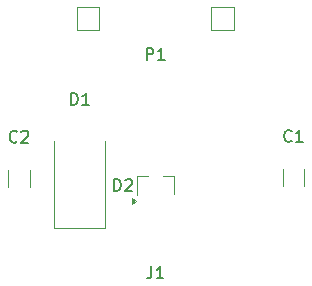
<source format=gbr>
%TF.GenerationSoftware,KiCad,Pcbnew,9.0.7*%
%TF.CreationDate,2026-02-26T13:23:58-05:00*%
%TF.ProjectId,Mag Charger,4d616720-4368-4617-9267-65722e6b6963,X1*%
%TF.SameCoordinates,Original*%
%TF.FileFunction,Legend,Top*%
%TF.FilePolarity,Positive*%
%FSLAX46Y46*%
G04 Gerber Fmt 4.6, Leading zero omitted, Abs format (unit mm)*
G04 Created by KiCad (PCBNEW 9.0.7) date 2026-02-26 13:23:58*
%MOMM*%
%LPD*%
G01*
G04 APERTURE LIST*
%ADD10C,0.150000*%
%ADD11C,0.120000*%
G04 APERTURE END LIST*
D10*
X107561905Y-127454819D02*
X107561905Y-126454819D01*
X107561905Y-126454819D02*
X107942857Y-126454819D01*
X107942857Y-126454819D02*
X108038095Y-126502438D01*
X108038095Y-126502438D02*
X108085714Y-126550057D01*
X108085714Y-126550057D02*
X108133333Y-126645295D01*
X108133333Y-126645295D02*
X108133333Y-126788152D01*
X108133333Y-126788152D02*
X108085714Y-126883390D01*
X108085714Y-126883390D02*
X108038095Y-126931009D01*
X108038095Y-126931009D02*
X107942857Y-126978628D01*
X107942857Y-126978628D02*
X107561905Y-126978628D01*
X109085714Y-127454819D02*
X108514286Y-127454819D01*
X108800000Y-127454819D02*
X108800000Y-126454819D01*
X108800000Y-126454819D02*
X108704762Y-126597676D01*
X108704762Y-126597676D02*
X108609524Y-126692914D01*
X108609524Y-126692914D02*
X108514286Y-126740533D01*
X101161905Y-131254819D02*
X101161905Y-130254819D01*
X101161905Y-130254819D02*
X101400000Y-130254819D01*
X101400000Y-130254819D02*
X101542857Y-130302438D01*
X101542857Y-130302438D02*
X101638095Y-130397676D01*
X101638095Y-130397676D02*
X101685714Y-130492914D01*
X101685714Y-130492914D02*
X101733333Y-130683390D01*
X101733333Y-130683390D02*
X101733333Y-130826247D01*
X101733333Y-130826247D02*
X101685714Y-131016723D01*
X101685714Y-131016723D02*
X101638095Y-131111961D01*
X101638095Y-131111961D02*
X101542857Y-131207200D01*
X101542857Y-131207200D02*
X101400000Y-131254819D01*
X101400000Y-131254819D02*
X101161905Y-131254819D01*
X102685714Y-131254819D02*
X102114286Y-131254819D01*
X102400000Y-131254819D02*
X102400000Y-130254819D01*
X102400000Y-130254819D02*
X102304762Y-130397676D01*
X102304762Y-130397676D02*
X102209524Y-130492914D01*
X102209524Y-130492914D02*
X102114286Y-130540533D01*
X96583333Y-134359580D02*
X96535714Y-134407200D01*
X96535714Y-134407200D02*
X96392857Y-134454819D01*
X96392857Y-134454819D02*
X96297619Y-134454819D01*
X96297619Y-134454819D02*
X96154762Y-134407200D01*
X96154762Y-134407200D02*
X96059524Y-134311961D01*
X96059524Y-134311961D02*
X96011905Y-134216723D01*
X96011905Y-134216723D02*
X95964286Y-134026247D01*
X95964286Y-134026247D02*
X95964286Y-133883390D01*
X95964286Y-133883390D02*
X96011905Y-133692914D01*
X96011905Y-133692914D02*
X96059524Y-133597676D01*
X96059524Y-133597676D02*
X96154762Y-133502438D01*
X96154762Y-133502438D02*
X96297619Y-133454819D01*
X96297619Y-133454819D02*
X96392857Y-133454819D01*
X96392857Y-133454819D02*
X96535714Y-133502438D01*
X96535714Y-133502438D02*
X96583333Y-133550057D01*
X96964286Y-133550057D02*
X97011905Y-133502438D01*
X97011905Y-133502438D02*
X97107143Y-133454819D01*
X97107143Y-133454819D02*
X97345238Y-133454819D01*
X97345238Y-133454819D02*
X97440476Y-133502438D01*
X97440476Y-133502438D02*
X97488095Y-133550057D01*
X97488095Y-133550057D02*
X97535714Y-133645295D01*
X97535714Y-133645295D02*
X97535714Y-133740533D01*
X97535714Y-133740533D02*
X97488095Y-133883390D01*
X97488095Y-133883390D02*
X96916667Y-134454819D01*
X96916667Y-134454819D02*
X97535714Y-134454819D01*
X104811905Y-138536819D02*
X104811905Y-137536819D01*
X104811905Y-137536819D02*
X105050000Y-137536819D01*
X105050000Y-137536819D02*
X105192857Y-137584438D01*
X105192857Y-137584438D02*
X105288095Y-137679676D01*
X105288095Y-137679676D02*
X105335714Y-137774914D01*
X105335714Y-137774914D02*
X105383333Y-137965390D01*
X105383333Y-137965390D02*
X105383333Y-138108247D01*
X105383333Y-138108247D02*
X105335714Y-138298723D01*
X105335714Y-138298723D02*
X105288095Y-138393961D01*
X105288095Y-138393961D02*
X105192857Y-138489200D01*
X105192857Y-138489200D02*
X105050000Y-138536819D01*
X105050000Y-138536819D02*
X104811905Y-138536819D01*
X105764286Y-137632057D02*
X105811905Y-137584438D01*
X105811905Y-137584438D02*
X105907143Y-137536819D01*
X105907143Y-137536819D02*
X106145238Y-137536819D01*
X106145238Y-137536819D02*
X106240476Y-137584438D01*
X106240476Y-137584438D02*
X106288095Y-137632057D01*
X106288095Y-137632057D02*
X106335714Y-137727295D01*
X106335714Y-137727295D02*
X106335714Y-137822533D01*
X106335714Y-137822533D02*
X106288095Y-137965390D01*
X106288095Y-137965390D02*
X105716667Y-138536819D01*
X105716667Y-138536819D02*
X106335714Y-138536819D01*
X107972266Y-144946019D02*
X107972266Y-145660304D01*
X107972266Y-145660304D02*
X107924647Y-145803161D01*
X107924647Y-145803161D02*
X107829409Y-145898400D01*
X107829409Y-145898400D02*
X107686552Y-145946019D01*
X107686552Y-145946019D02*
X107591314Y-145946019D01*
X108972266Y-145946019D02*
X108400838Y-145946019D01*
X108686552Y-145946019D02*
X108686552Y-144946019D01*
X108686552Y-144946019D02*
X108591314Y-145088876D01*
X108591314Y-145088876D02*
X108496076Y-145184114D01*
X108496076Y-145184114D02*
X108400838Y-145231733D01*
X119833333Y-134297080D02*
X119785714Y-134344700D01*
X119785714Y-134344700D02*
X119642857Y-134392319D01*
X119642857Y-134392319D02*
X119547619Y-134392319D01*
X119547619Y-134392319D02*
X119404762Y-134344700D01*
X119404762Y-134344700D02*
X119309524Y-134249461D01*
X119309524Y-134249461D02*
X119261905Y-134154223D01*
X119261905Y-134154223D02*
X119214286Y-133963747D01*
X119214286Y-133963747D02*
X119214286Y-133820890D01*
X119214286Y-133820890D02*
X119261905Y-133630414D01*
X119261905Y-133630414D02*
X119309524Y-133535176D01*
X119309524Y-133535176D02*
X119404762Y-133439938D01*
X119404762Y-133439938D02*
X119547619Y-133392319D01*
X119547619Y-133392319D02*
X119642857Y-133392319D01*
X119642857Y-133392319D02*
X119785714Y-133439938D01*
X119785714Y-133439938D02*
X119833333Y-133487557D01*
X120785714Y-134392319D02*
X120214286Y-134392319D01*
X120500000Y-134392319D02*
X120500000Y-133392319D01*
X120500000Y-133392319D02*
X120404762Y-133535176D01*
X120404762Y-133535176D02*
X120309524Y-133630414D01*
X120309524Y-133630414D02*
X120214286Y-133678033D01*
D11*
%TO.C,TP1*%
X101650000Y-123010000D02*
X103550000Y-123010000D01*
X101650000Y-124910000D02*
X101650000Y-123010000D01*
X103550000Y-123010000D02*
X103550000Y-124910000D01*
X103550000Y-124910000D02*
X101650000Y-124910000D01*
%TO.C,TP3*%
X113050000Y-123010000D02*
X114950000Y-123010000D01*
X113050000Y-124910000D02*
X113050000Y-123010000D01*
X114950000Y-123010000D02*
X114950000Y-124910000D01*
X114950000Y-124910000D02*
X113050000Y-124910000D01*
%TO.C,D1*%
X99750000Y-141710000D02*
X99750000Y-134300000D01*
X99750000Y-141710000D02*
X104050000Y-141710000D01*
X104050000Y-141710000D02*
X104050000Y-134300000D01*
%TO.C,C2*%
X95840000Y-138211252D02*
X95840000Y-136788748D01*
X97660000Y-138211252D02*
X97660000Y-136788748D01*
%TO.C,D2*%
X106720000Y-137322000D02*
X107650000Y-137322000D01*
X106720000Y-138122000D02*
X106720000Y-137322000D01*
X106720000Y-138122000D02*
X106720000Y-138922000D01*
X109880000Y-137322000D02*
X108950000Y-137322000D01*
X109880000Y-137322000D02*
X109880000Y-138782000D01*
X106690000Y-139422000D02*
X106360000Y-139662000D01*
X106360000Y-139182000D01*
X106690000Y-139422000D01*
G36*
X106690000Y-139422000D02*
G01*
X106360000Y-139662000D01*
X106360000Y-139182000D01*
X106690000Y-139422000D01*
G37*
%TO.C,C1*%
X119090000Y-138148752D02*
X119090000Y-136726248D01*
X120910000Y-138148752D02*
X120910000Y-136726248D01*
%TD*%
M02*

</source>
